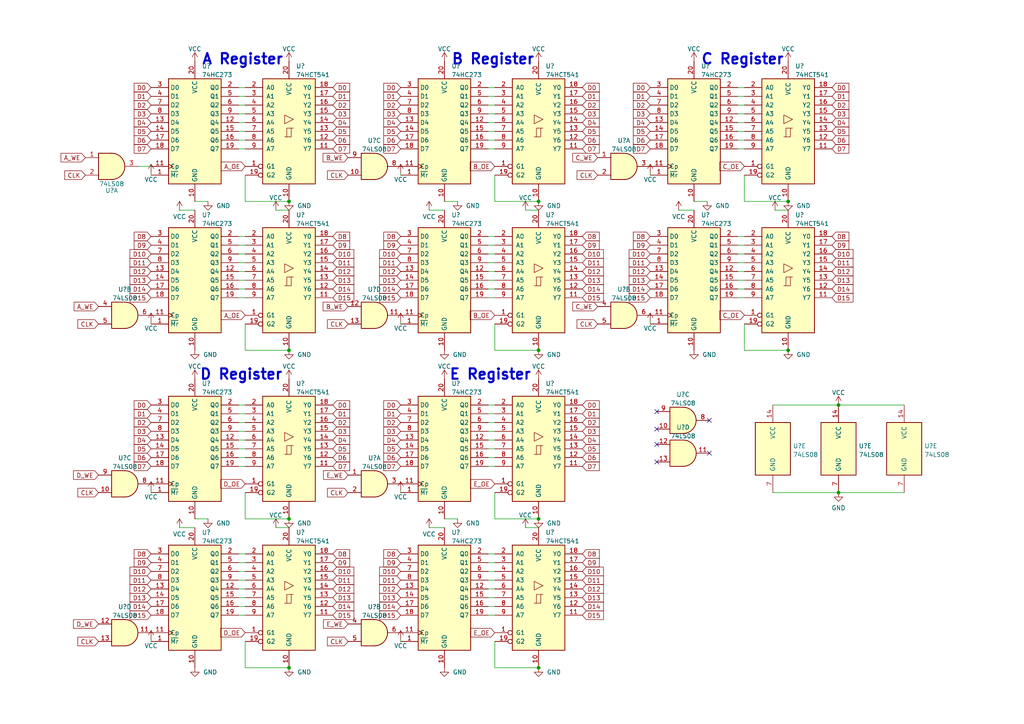
<source format=kicad_sch>
(kicad_sch (version 20211123) (generator eeschema)
  (paper "A4")
  (title_block (title "Registers A-E") (date "2022-02-27") (rev "1"))
  (lib_symbols
    (symbol "74xx:74HC273"
      (property "Reference" "U" (at -7.62 16.51 0))
      (property "Value" "74HC273" (at -7.62 -16.51 0))
      (symbol "74HC273_1_0"
        (pin input line (at -12.7 -12.7 0) (length 5.08) (name "~{Mr}") (number "1"))
        (pin power_in line (at 0 -20.32 90) (length 5.08) (name "GND") (number "10"))
        (pin input clock (at -12.7 -10.16 0) (length 5.08) (name "Cp") (number "11"))
        (pin output line (at 12.7 2.54 180) (length 5.08) (name "Q4") (number "12"))
        (pin input line (at -12.7 2.54 0) (length 5.08) (name "D4") (number "13"))
        (pin input line (at -12.7 0 0) (length 5.08) (name "D5") (number "14"))
        (pin output line (at 12.7 0 180) (length 5.08) (name "Q5") (number "15"))
        (pin output line (at 12.7 -2.54 180) (length 5.08) (name "Q6") (number "16"))
        (pin input line (at -12.7 -2.54 0) (length 5.08) (name "D6") (number "17"))
        (pin input line (at -12.7 -5.08 0) (length 5.08) (name "D7") (number "18"))
        (pin output line (at 12.7 -5.08 180) (length 5.08) (name "Q7") (number "19"))
        (pin output line (at 12.7 12.7 180) (length 5.08) (name "Q0") (number "2"))
        (pin power_in line (at 0 20.32 270) (length 5.08) (name "VCC") (number "20"))
        (pin input line (at -12.7 12.7 0) (length 5.08) (name "D0") (number "3"))
        (pin input line (at -12.7 10.16 0) (length 5.08) (name "D1") (number "4"))
        (pin output line (at 12.7 10.16 180) (length 5.08) (name "Q1") (number "5"))
        (pin output line (at 12.7 7.62 180) (length 5.08) (name "Q2") (number "6"))
        (pin input line (at -12.7 7.62 0) (length 5.08) (name "D2") (number "7"))
        (pin input line (at -12.7 5.08 0) (length 5.08) (name "D3") (number "8"))
        (pin output line (at 12.7 5.08 180) (length 5.08) (name "Q3") (number "9"))
      )
    )
    (symbol "74xx:74HCT541" (pin_names (offset 1.016))
      (property "Reference" "U" (at -7.62 16.51 0))
      (property "Value" "74HCT541" (at -7.62 -16.51 0))
      (symbol "74HCT541_1_0"
        (pin input inverted (at -12.7 -10.16 0) (length 5.08) (name "G1") (number "1"))
        (pin power_in line (at 0 -20.32 90) (length 5.08) (name "GND") (number "10"))
        (pin tri_state line (at 12.7 -5.08 180) (length 5.08) (name "Y7") (number "11"))
        (pin tri_state line (at 12.7 -2.54 180) (length 5.08) (name "Y6") (number "12"))
        (pin tri_state line (at 12.7 0 180) (length 5.08) (name "Y5") (number "13"))
        (pin tri_state line (at 12.7 2.54 180) (length 5.08) (name "Y4") (number "14"))
        (pin tri_state line (at 12.7 5.08 180) (length 5.08) (name "Y3") (number "15"))
        (pin tri_state line (at 12.7 7.62 180) (length 5.08) (name "Y2") (number "16"))
        (pin tri_state line (at 12.7 10.16 180) (length 5.08) (name "Y1") (number "17"))
        (pin tri_state line (at 12.7 12.7 180) (length 5.08) (name "Y0") (number "18"))
        (pin input inverted (at -12.7 -12.7 0) (length 5.08) (name "G2") (number "19"))
        (pin input line (at -12.7 12.7 0) (length 5.08) (name "A0") (number "2"))
        (pin power_in line (at 0 20.32 270) (length 5.08) (name "VCC") (number "20"))
        (pin input line (at -12.7 10.16 0) (length 5.08) (name "A1") (number "3"))
        (pin input line (at -12.7 7.62 0) (length 5.08) (name "A2") (number "4"))
        (pin input line (at -12.7 5.08 0) (length 5.08) (name "A3") (number "5"))
        (pin input line (at -12.7 2.54 0) (length 5.08) (name "A4") (number "6"))
        (pin input line (at -12.7 0 0) (length 5.08) (name "A5") (number "7"))
        (pin input line (at -12.7 -2.54 0) (length 5.08) (name "A6") (number "8"))
        (pin input line (at -12.7 -5.08 0) (length 5.08) (name "A7") (number "9"))
      )
    )
    (symbol "74xx:74LS08" (pin_names (offset 1.016))
      (property "Reference" "U" (at 0 1.27 0))
      (property "Value" "74LS08" (at 0 -1.27 0))
      (symbol "74LS08_1_1"
        (pin input line (at -7.62 2.54 0) (length 3.81) (name "~") (number "1"))
        (pin input line (at -7.62 -2.54 0) (length 3.81) (name "~") (number "2"))
        (pin output line (at 7.62 0 180) (length 3.81) (name "~") (number "3"))
      )
      (symbol "74LS08_1_2"
        (pin input inverted (at -7.62 2.54 0) (length 4.318) (name "~") (number "1"))
        (pin input inverted (at -7.62 -2.54 0) (length 4.318) (name "~") (number "2"))
        (pin output inverted (at 7.62 0 180) (length 3.81) (name "~") (number "3"))
      )
      (symbol "74LS08_2_1"
        (pin input line (at -7.62 2.54 0) (length 3.81) (name "~") (number "4"))
        (pin input line (at -7.62 -2.54 0) (length 3.81) (name "~") (number "5"))
        (pin output line (at 7.62 0 180) (length 3.81) (name "~") (number "6"))
      )
      (symbol "74LS08_2_2"
        (pin input inverted (at -7.62 2.54 0) (length 4.318) (name "~") (number "4"))
        (pin input inverted (at -7.62 -2.54 0) (length 4.318) (name "~") (number "5"))
        (pin output inverted (at 7.62 0 180) (length 3.81) (name "~") (number "6"))
      )
      (symbol "74LS08_3_1"
        (pin input line (at -7.62 -2.54 0) (length 3.81) (name "~") (number "10"))
        (pin output line (at 7.62 0 180) (length 3.81) (name "~") (number "8"))
        (pin input line (at -7.62 2.54 0) (length 3.81) (name "~") (number "9"))
      )
      (symbol "74LS08_3_2"
        (pin input inverted (at -7.62 -2.54 0) (length 4.318) (name "~") (number "10"))
        (pin output inverted (at 7.62 0 180) (length 3.81) (name "~") (number "8"))
        (pin input inverted (at -7.62 2.54 0) (length 4.318) (name "~") (number "9"))
      )
      (symbol "74LS08_4_1"
        (pin output line (at 7.62 0 180) (length 3.81) (name "~") (number "11"))
        (pin input line (at -7.62 2.54 0) (length 3.81) (name "~") (number "12"))
        (pin input line (at -7.62 -2.54 0) (length 3.81) (name "~") (number "13"))
      )
      (symbol "74LS08_4_2"
        (pin output inverted (at 7.62 0 180) (length 3.81) (name "~") (number "11"))
        (pin input inverted (at -7.62 2.54 0) (length 4.318) (name "~") (number "12"))
        (pin input inverted (at -7.62 -2.54 0) (length 4.318) (name "~") (number "13"))
      )
      (symbol "74LS08_5_0"
        (pin power_in line (at 0 12.7 270) (length 5.08) (name "VCC") (number "14"))
        (pin power_in line (at 0 -12.7 90) (length 5.08) (name "GND") (number "7"))
      )
    )
    (symbol "power:GND" (power) (pin_names (offset 0))
      (property "Value" "GND" (at 0 -3.81 0))
      (symbol "GND_1_1"
        (pin power_in line (at 0 0 270) (length 0) hide (name "GND") (number "1"))
      )
    )
    (symbol "power:VCC" (power) (pin_names (offset 0))
      (property "Value" "VCC" (at 0 3.81 0))
      (symbol "VCC_1_1"
        (pin power_in line (at 0 0 90) (length 0) hide (name "VCC") (number "1"))
      )
    )
  )
  (junction (at 83.82 101.6))
  (junction (at 83.82 58.42))
  (junction (at 156.21 150.495))
  (junction (at 156.21 101.6))
  (junction (at 228.6 58.42))
  (junction (at 243.205 142.875))
  (junction (at 83.82 193.675))
  (junction (at 243.205 117.475))
  (junction (at 83.82 150.495))
  (junction (at 156.21 193.675))
  (junction (at 228.6 101.6))
  (junction (at 156.21 58.42))
  (no_connect (at 190.5 119.38))
  (no_connect (at 190.5 124.46))
  (no_connect (at 205.74 131.445))
  (no_connect (at 205.74 121.92))
  (no_connect (at 190.5 128.905))
  (no_connect (at 190.5 133.985))
  (wire (pts (xy 213.995 38.1) (xy 215.9 38.1)))
  (wire (pts (xy 116.205 93.345) (xy 116.205 93.98)))
  (wire (pts (xy 71.12 58.42) (xy 71.12 50.8)))
  (wire (pts (xy 71.12 150.495) (xy 71.12 142.875)))
  (wire (pts (xy 83.82 58.42) (xy 71.12 58.42)))
  (wire (pts (xy 56.515 58.42) (xy 60.325 58.42)))
  (wire (pts (xy 69.215 86.36) (xy 71.12 86.36)))
  (wire (pts (xy 243.205 142.875) (xy 262.255 142.875)))
  (wire (pts (xy 141.605 73.66) (xy 143.51 73.66)))
  (wire (pts (xy 141.605 33.02) (xy 143.51 33.02)))
  (wire (pts (xy 213.995 83.82) (xy 215.9 83.82)))
  (wire (pts (xy 43.815 93.345) (xy 43.815 93.98)))
  (wire (pts (xy 141.605 135.255) (xy 143.51 135.255)))
  (wire (pts (xy 69.215 40.64) (xy 71.12 40.64)))
  (wire (pts (xy 141.605 178.435) (xy 143.51 178.435)))
  (wire (pts (xy 69.215 165.735) (xy 71.12 165.735)))
  (wire (pts (xy 141.605 170.815) (xy 143.51 170.815)))
  (wire (pts (xy 80.01 153.035) (xy 83.82 153.035)))
  (wire (pts (xy 152.4 153.035) (xy 156.21 153.035)))
  (wire (pts (xy 213.995 78.74) (xy 215.9 78.74)))
  (wire (pts (xy 141.605 81.28) (xy 143.51 81.28)))
  (wire (pts (xy 141.605 122.555) (xy 143.51 122.555)))
  (wire (pts (xy 141.605 117.475) (xy 143.51 117.475)))
  (wire (pts (xy 69.215 33.02) (xy 71.12 33.02)))
  (wire (pts (xy 213.995 40.64) (xy 215.9 40.64)))
  (wire (pts (xy 141.605 168.275) (xy 143.51 168.275)))
  (wire (pts (xy 141.605 35.56) (xy 143.51 35.56)))
  (wire (pts (xy 69.215 43.18) (xy 71.12 43.18)))
  (wire (pts (xy 156.21 58.42) (xy 143.51 58.42)))
  (wire (pts (xy 141.605 38.1) (xy 143.51 38.1)))
  (wire (pts (xy 141.605 30.48) (xy 143.51 30.48)))
  (wire (pts (xy 69.215 35.56) (xy 71.12 35.56)))
  (wire (pts (xy 69.215 73.66) (xy 71.12 73.66)))
  (wire (pts (xy 213.995 76.2) (xy 215.9 76.2)))
  (wire (pts (xy 71.12 101.6) (xy 71.12 93.98)))
  (wire (pts (xy 141.605 71.12) (xy 143.51 71.12)))
  (wire (pts (xy 141.605 120.015) (xy 143.51 120.015)))
  (wire (pts (xy 141.605 43.18) (xy 143.51 43.18)))
  (wire (pts (xy 40.005 48.26) (xy 43.815 48.26)))
  (wire (pts (xy 69.215 132.715) (xy 71.12 132.715)))
  (wire (pts (xy 128.905 150.495) (xy 132.715 150.495)))
  (wire (pts (xy 52.07 60.96) (xy 56.515 60.96)))
  (wire (pts (xy 213.995 71.12) (xy 215.9 71.12)))
  (wire (pts (xy 69.215 117.475) (xy 71.12 117.475)))
  (wire (pts (xy 69.215 170.815) (xy 71.12 170.815)))
  (wire (pts (xy 69.215 163.195) (xy 71.12 163.195)))
  (wire (pts (xy 215.9 101.6) (xy 215.9 93.98)))
  (wire (pts (xy 141.605 27.94) (xy 143.51 27.94)))
  (wire (pts (xy 141.605 163.195) (xy 143.51 163.195)))
  (wire (pts (xy 213.995 68.58) (xy 215.9 68.58)))
  (wire (pts (xy 141.605 127.635) (xy 143.51 127.635)))
  (wire (pts (xy 141.605 132.715) (xy 143.51 132.715)))
  (wire (pts (xy 141.605 40.64) (xy 143.51 40.64)))
  (wire (pts (xy 243.205 117.475) (xy 262.255 117.475)))
  (wire (pts (xy 69.215 125.095) (xy 71.12 125.095)))
  (wire (pts (xy 152.4 60.96) (xy 156.21 60.96)))
  (wire (pts (xy 143.51 58.42) (xy 143.51 50.8)))
  (wire (pts (xy 43.815 185.42) (xy 43.815 186.055)))
  (wire (pts (xy 69.215 25.4) (xy 71.12 25.4)))
  (wire (pts (xy 69.215 78.74) (xy 71.12 78.74)))
  (wire (pts (xy 69.215 83.82) (xy 71.12 83.82)))
  (wire (pts (xy 213.995 35.56) (xy 215.9 35.56)))
  (wire (pts (xy 116.205 142.24) (xy 116.205 142.875)))
  (wire (pts (xy 213.995 33.02) (xy 215.9 33.02)))
  (wire (pts (xy 69.215 173.355) (xy 71.12 173.355)))
  (wire (pts (xy 116.205 185.42) (xy 116.205 186.055)))
  (wire (pts (xy 228.6 58.42) (xy 215.9 58.42)))
  (wire (pts (xy 224.155 117.475) (xy 243.205 117.475)))
  (wire (pts (xy 69.215 122.555) (xy 71.12 122.555)))
  (wire (pts (xy 224.79 60.96) (xy 228.6 60.96)))
  (wire (pts (xy 141.605 25.4) (xy 143.51 25.4)))
  (wire (pts (xy 69.215 38.1) (xy 71.12 38.1)))
  (wire (pts (xy 69.215 168.275) (xy 71.12 168.275)))
  (wire (pts (xy 188.595 50.165) (xy 188.595 50.8)))
  (wire (pts (xy 215.9 58.42) (xy 215.9 50.8)))
  (wire (pts (xy 128.905 58.42) (xy 132.715 58.42)))
  (wire (pts (xy 156.21 150.495) (xy 143.51 150.495)))
  (wire (pts (xy 69.215 135.255) (xy 71.12 135.255)))
  (wire (pts (xy 141.605 125.095) (xy 143.51 125.095)))
  (wire (pts (xy 69.215 68.58) (xy 71.12 68.58)))
  (wire (pts (xy 228.6 101.6) (xy 215.9 101.6)))
  (wire (pts (xy 141.605 78.74) (xy 143.51 78.74)))
  (wire (pts (xy 83.82 193.675) (xy 71.12 193.675)))
  (wire (pts (xy 116.205 50.165) (xy 116.205 50.8)))
  (wire (pts (xy 69.215 71.12) (xy 71.12 71.12)))
  (wire (pts (xy 213.995 43.18) (xy 215.9 43.18)))
  (wire (pts (xy 141.605 86.36) (xy 143.51 86.36)))
  (wire (pts (xy 143.51 193.675) (xy 143.51 186.055)))
  (wire (pts (xy 43.815 142.24) (xy 43.815 142.875)))
  (wire (pts (xy 213.995 25.4) (xy 215.9 25.4)))
  (wire (pts (xy 141.605 130.175) (xy 143.51 130.175)))
  (wire (pts (xy 69.215 160.655) (xy 71.12 160.655)))
  (wire (pts (xy 69.215 30.48) (xy 71.12 30.48)))
  (wire (pts (xy 143.51 150.495) (xy 143.51 142.875)))
  (wire (pts (xy 141.605 83.82) (xy 143.51 83.82)))
  (wire (pts (xy 213.995 81.28) (xy 215.9 81.28)))
  (wire (pts (xy 213.995 86.36) (xy 215.9 86.36)))
  (wire (pts (xy 124.46 60.96) (xy 128.905 60.96)))
  (wire (pts (xy 188.595 93.345) (xy 188.595 93.98)))
  (wire (pts (xy 69.215 120.015) (xy 71.12 120.015)))
  (wire (pts (xy 83.82 101.6) (xy 71.12 101.6)))
  (wire (pts (xy 141.605 165.735) (xy 143.51 165.735)))
  (wire (pts (xy 141.605 173.355) (xy 143.51 173.355)))
  (wire (pts (xy 196.85 60.96) (xy 201.295 60.96)))
  (wire (pts (xy 156.21 101.6) (xy 143.51 101.6)))
  (wire (pts (xy 141.605 68.58) (xy 143.51 68.58)))
  (wire (pts (xy 156.21 193.675) (xy 143.51 193.675)))
  (wire (pts (xy 69.215 130.175) (xy 71.12 130.175)))
  (wire (pts (xy 141.605 175.895) (xy 143.51 175.895)))
  (wire (pts (xy 224.155 142.875) (xy 243.205 142.875)))
  (wire (pts (xy 124.46 153.035) (xy 128.905 153.035)))
  (wire (pts (xy 69.215 76.2) (xy 71.12 76.2)))
  (wire (pts (xy 69.215 178.435) (xy 71.12 178.435)))
  (wire (pts (xy 143.51 101.6) (xy 143.51 93.98)))
  (wire (pts (xy 83.82 150.495) (xy 71.12 150.495)))
  (wire (pts (xy 43.815 50.165) (xy 43.815 50.8)))
  (wire (pts (xy 141.605 160.655) (xy 143.51 160.655)))
  (wire (pts (xy 69.215 81.28) (xy 71.12 81.28)))
  (wire (pts (xy 71.12 193.675) (xy 71.12 186.055)))
  (wire (pts (xy 213.995 27.94) (xy 215.9 27.94)))
  (wire (pts (xy 69.215 127.635) (xy 71.12 127.635)))
  (wire (pts (xy 201.295 58.42) (xy 205.105 58.42)))
  (wire (pts (xy 141.605 76.2) (xy 143.51 76.2)))
  (wire (pts (xy 213.995 30.48) (xy 215.9 30.48)))
  (wire (pts (xy 69.215 175.895) (xy 71.12 175.895)))
  (wire (pts (xy 80.01 60.96) (xy 83.82 60.96)))
  (wire (pts (xy 52.07 153.035) (xy 56.515 153.035)))
  (wire (pts (xy 69.215 27.94) (xy 71.12 27.94)))
  (wire (pts (xy 56.515 150.495) (xy 60.325 150.495)))
  (wire (pts (xy 213.995 73.66) (xy 215.9 73.66)))
  (text "B Register" (at 130.81 19.05 0) (effects (font (size 3 3) (thickness 0.6) bold) (justify left bottom)))
  (text "C Register" (at 203.2 19.05 0) (effects (font (size 3 3) (thickness 0.6) bold) (justify left bottom)))
  (text "D Register" (at 57.785 110.49 0) (effects (font (size 3 3) (thickness 0.6) bold) (justify left bottom)))
  (text "E Register" (at 130.175 110.49 0) (effects (font (size 3 3) (thickness 0.6) bold) (justify left bottom)))
  (text "A Register" (at 58.42 19.05 0) (effects (font (size 3 3) (thickness 0.6) bold) (justify left bottom)))
  (global_label "D12" (shape input) (at 116.205 78.74 180) (property "Intersheet References" "${INTERSHEET_REFS}" (effects hide)))
  (global_label "C_WE" (shape input) (at 173.355 45.72 180) (property "Intersheet References" "${INTERSHEET_REFS}" (effects hide)))
  (global_label "D4" (shape input) (at 43.815 127.635 180) (property "Intersheet References" "${INTERSHEET_REFS}" (effects hide)))
  (global_label "D1" (shape input) (at 43.815 120.015 180) (property "Intersheet References" "${INTERSHEET_REFS}" (effects hide)))
  (global_label "D4" (shape input) (at 96.52 35.56 0) (property "Intersheet References" "${INTERSHEET_REFS}" (effects hide)))
  (global_label "D14" (shape input) (at 43.815 175.895 180) (property "Intersheet References" "${INTERSHEET_REFS}" (effects hide)))
  (global_label "D7" (shape input) (at 96.52 135.255 0) (property "Intersheet References" "${INTERSHEET_REFS}" (effects hide)))
  (global_label "D1" (shape input) (at 116.205 120.015 180) (property "Intersheet References" "${INTERSHEET_REFS}" (effects hide)))
  (global_label "B_OE" (shape input) (at 143.51 91.44 180) (property "Intersheet References" "${INTERSHEET_REFS}" (effects hide)))
  (global_label "D11" (shape input) (at 96.52 76.2 0) (property "Intersheet References" "${INTERSHEET_REFS}" (effects hide)))
  (global_label "D12" (shape input) (at 241.3 78.74 0) (property "Intersheet References" "${INTERSHEET_REFS}" (effects hide)))
  (global_label "D3" (shape input) (at 188.595 33.02 180) (property "Intersheet References" "${INTERSHEET_REFS}" (effects hide)))
  (global_label "D10" (shape input) (at 43.815 165.735 180) (property "Intersheet References" "${INTERSHEET_REFS}" (effects hide)))
  (global_label "D6" (shape input) (at 43.815 40.64 180) (property "Intersheet References" "${INTERSHEET_REFS}" (effects hide)))
  (global_label "CLK" (shape input) (at 173.355 93.98 180) (property "Intersheet References" "${INTERSHEET_REFS}" (effects hide)))
  (global_label "D9" (shape input) (at 241.3 71.12 0) (property "Intersheet References" "${INTERSHEET_REFS}" (effects hide)))
  (global_label "D11" (shape input) (at 116.205 76.2 180) (property "Intersheet References" "${INTERSHEET_REFS}" (effects hide)))
  (global_label "D4" (shape input) (at 168.91 127.635 0) (property "Intersheet References" "${INTERSHEET_REFS}" (effects hide)))
  (global_label "D11" (shape input) (at 43.815 76.2 180) (property "Intersheet References" "${INTERSHEET_REFS}" (effects hide)))
  (global_label "D2" (shape input) (at 188.595 30.48 180) (property "Intersheet References" "${INTERSHEET_REFS}" (effects hide)))
  (global_label "C_OE" (shape input) (at 215.9 91.44 180) (property "Intersheet References" "${INTERSHEET_REFS}" (effects hide)))
  (global_label "D14" (shape input) (at 168.91 175.895 0) (property "Intersheet References" "${INTERSHEET_REFS}" (effects hide)))
  (global_label "D1" (shape input) (at 241.3 27.94 0) (property "Intersheet References" "${INTERSHEET_REFS}" (effects hide)))
  (global_label "D_WE" (shape input) (at 28.575 137.795 180) (property "Intersheet References" "${INTERSHEET_REFS}" (effects hide)))
  (global_label "D3" (shape input) (at 96.52 33.02 0) (property "Intersheet References" "${INTERSHEET_REFS}" (effects hide)))
  (global_label "D2" (shape input) (at 116.205 122.555 180) (property "Intersheet References" "${INTERSHEET_REFS}" (effects hide)))
  (global_label "D5" (shape input) (at 116.205 38.1 180) (property "Intersheet References" "${INTERSHEET_REFS}" (effects hide)))
  (global_label "D12" (shape input) (at 116.205 170.815 180) (property "Intersheet References" "${INTERSHEET_REFS}" (effects hide)))
  (global_label "D11" (shape input) (at 241.3 76.2 0) (property "Intersheet References" "${INTERSHEET_REFS}" (effects hide)))
  (global_label "CLK" (shape input) (at 100.965 93.98 180) (property "Intersheet References" "${INTERSHEET_REFS}" (effects hide)))
  (global_label "C_WE" (shape input) (at 173.355 88.9 180) (property "Intersheet References" "${INTERSHEET_REFS}" (effects hide)))
  (global_label "B_OE" (shape input) (at 143.51 48.26 180) (property "Intersheet References" "${INTERSHEET_REFS}" (effects hide)))
  (global_label "D3" (shape input) (at 168.91 33.02 0) (property "Intersheet References" "${INTERSHEET_REFS}" (effects hide)))
  (global_label "D0" (shape input) (at 116.205 117.475 180) (property "Intersheet References" "${INTERSHEET_REFS}" (effects hide)))
  (global_label "E_WE" (shape input) (at 100.965 137.795 180) (property "Intersheet References" "${INTERSHEET_REFS}" (effects hide)))
  (global_label "D_OE" (shape input) (at 71.12 140.335 180) (property "Intersheet References" "${INTERSHEET_REFS}" (effects hide)))
  (global_label "D9" (shape input) (at 116.205 163.195 180) (property "Intersheet References" "${INTERSHEET_REFS}" (effects hide)))
  (global_label "D14" (shape input) (at 188.595 83.82 180) (property "Intersheet References" "${INTERSHEET_REFS}" (effects hide)))
  (global_label "C_OE" (shape input) (at 215.9 48.26 180) (property "Intersheet References" "${INTERSHEET_REFS}" (effects hide)))
  (global_label "D2" (shape input) (at 241.3 30.48 0) (property "Intersheet References" "${INTERSHEET_REFS}" (effects hide)))
  (global_label "D5" (shape input) (at 43.815 38.1 180) (property "Intersheet References" "${INTERSHEET_REFS}" (effects hide)))
  (global_label "D8" (shape input) (at 188.595 68.58 180) (property "Intersheet References" "${INTERSHEET_REFS}" (effects hide)))
  (global_label "D10" (shape input) (at 116.205 73.66 180) (property "Intersheet References" "${INTERSHEET_REFS}" (effects hide)))
  (global_label "D5" (shape input) (at 188.595 38.1 180) (property "Intersheet References" "${INTERSHEET_REFS}" (effects hide)))
  (global_label "D6" (shape input) (at 96.52 132.715 0) (property "Intersheet References" "${INTERSHEET_REFS}" (effects hide)))
  (global_label "D4" (shape input) (at 43.815 35.56 180) (property "Intersheet References" "${INTERSHEET_REFS}" (effects hide)))
  (global_label "D15" (shape input) (at 116.205 178.435 180) (property "Intersheet References" "${INTERSHEET_REFS}" (effects hide)))
  (global_label "D8" (shape input) (at 96.52 68.58 0) (property "Intersheet References" "${INTERSHEET_REFS}" (effects hide)))
  (global_label "D5" (shape input) (at 168.91 38.1 0) (property "Intersheet References" "${INTERSHEET_REFS}" (effects hide)))
  (global_label "D14" (shape input) (at 116.205 83.82 180) (property "Intersheet References" "${INTERSHEET_REFS}" (effects hide)))
  (global_label "D2" (shape input) (at 168.91 30.48 0) (property "Intersheet References" "${INTERSHEET_REFS}" (effects hide)))
  (global_label "D9" (shape input) (at 168.91 163.195 0) (property "Intersheet References" "${INTERSHEET_REFS}" (effects hide)))
  (global_label "D10" (shape input) (at 43.815 73.66 180) (property "Intersheet References" "${INTERSHEET_REFS}" (effects hide)))
  (global_label "D10" (shape input) (at 168.91 165.735 0) (property "Intersheet References" "${INTERSHEET_REFS}" (effects hide)))
  (global_label "D5" (shape input) (at 116.205 130.175 180) (property "Intersheet References" "${INTERSHEET_REFS}" (effects hide)))
  (global_label "D4" (shape input) (at 96.52 127.635 0) (property "Intersheet References" "${INTERSHEET_REFS}" (effects hide)))
  (global_label "D15" (shape input) (at 96.52 178.435 0) (property "Intersheet References" "${INTERSHEET_REFS}" (effects hide)))
  (global_label "D15" (shape input) (at 116.205 86.36 180) (property "Intersheet References" "${INTERSHEET_REFS}" (effects hide)))
  (global_label "D7" (shape input) (at 43.815 43.18 180) (property "Intersheet References" "${INTERSHEET_REFS}" (effects hide)))
  (global_label "D3" (shape input) (at 116.205 33.02 180) (property "Intersheet References" "${INTERSHEET_REFS}" (effects hide)))
  (global_label "D5" (shape input) (at 96.52 130.175 0) (property "Intersheet References" "${INTERSHEET_REFS}" (effects hide)))
  (global_label "D9" (shape input) (at 188.595 71.12 180) (property "Intersheet References" "${INTERSHEET_REFS}" (effects hide)))
  (global_label "D7" (shape input) (at 188.595 43.18 180) (property "Intersheet References" "${INTERSHEET_REFS}" (effects hide)))
  (global_label "D13" (shape input) (at 43.815 173.355 180) (property "Intersheet References" "${INTERSHEET_REFS}" (effects hide)))
  (global_label "D2" (shape input) (at 168.91 122.555 0) (property "Intersheet References" "${INTERSHEET_REFS}" (effects hide)))
  (global_label "D14" (shape input) (at 168.91 83.82 0) (property "Intersheet References" "${INTERSHEET_REFS}" (effects hide)))
  (global_label "D6" (shape input) (at 116.205 132.715 180) (property "Intersheet References" "${INTERSHEET_REFS}" (effects hide)))
  (global_label "D7" (shape input) (at 168.91 43.18 0) (property "Intersheet References" "${INTERSHEET_REFS}" (effects hide)))
  (global_label "D10" (shape input) (at 96.52 165.735 0) (property "Intersheet References" "${INTERSHEET_REFS}" (effects hide)))
  (global_label "D15" (shape input) (at 168.91 86.36 0) (property "Intersheet References" "${INTERSHEET_REFS}" (effects hide)))
  (global_label "D1" (shape input) (at 168.91 120.015 0) (property "Intersheet References" "${INTERSHEET_REFS}" (effects hide)))
  (global_label "D11" (shape input) (at 168.91 76.2 0) (property "Intersheet References" "${INTERSHEET_REFS}" (effects hide)))
  (global_label "D15" (shape input) (at 168.91 178.435 0) (property "Intersheet References" "${INTERSHEET_REFS}" (effects hide)))
  (global_label "D15" (shape input) (at 96.52 86.36 0) (property "Intersheet References" "${INTERSHEET_REFS}" (effects hide)))
  (global_label "D10" (shape input) (at 188.595 73.66 180) (property "Intersheet References" "${INTERSHEET_REFS}" (effects hide)))
  (global_label "B_WE" (shape input) (at 100.965 45.72 180) (property "Intersheet References" "${INTERSHEET_REFS}" (effects hide)))
  (global_label "D0" (shape input) (at 43.815 117.475 180) (property "Intersheet References" "${INTERSHEET_REFS}" (effects hide)))
  (global_label "D13" (shape input) (at 241.3 81.28 0) (property "Intersheet References" "${INTERSHEET_REFS}" (effects hide)))
  (global_label "D11" (shape input) (at 43.815 168.275 180) (property "Intersheet References" "${INTERSHEET_REFS}" (effects hide)))
  (global_label "D11" (shape input) (at 168.91 168.275 0) (property "Intersheet References" "${INTERSHEET_REFS}" (effects hide)))
  (global_label "D15" (shape input) (at 188.595 86.36 180) (property "Intersheet References" "${INTERSHEET_REFS}" (effects hide)))
  (global_label "D4" (shape input) (at 116.205 127.635 180) (property "Intersheet References" "${INTERSHEET_REFS}" (effects hide)))
  (global_label "D0" (shape input) (at 241.3 25.4 0) (property "Intersheet References" "${INTERSHEET_REFS}" (effects hide)))
  (global_label "D10" (shape input) (at 96.52 73.66 0) (property "Intersheet References" "${INTERSHEET_REFS}" (effects hide)))
  (global_label "CLK" (shape input) (at 100.965 186.055 180) (property "Intersheet References" "${INTERSHEET_REFS}" (effects hide)))
  (global_label "D15" (shape input) (at 43.815 86.36 180) (property "Intersheet References" "${INTERSHEET_REFS}" (effects hide)))
  (global_label "CLK" (shape input) (at 173.355 50.8 180) (property "Intersheet References" "${INTERSHEET_REFS}" (effects hide)))
  (global_label "D12" (shape input) (at 43.815 78.74 180) (property "Intersheet References" "${INTERSHEET_REFS}" (effects hide)))
  (global_label "D9" (shape input) (at 43.815 71.12 180) (property "Intersheet References" "${INTERSHEET_REFS}" (effects hide)))
  (global_label "E_WE" (shape input) (at 100.965 180.975 180) (property "Intersheet References" "${INTERSHEET_REFS}" (effects hide)))
  (global_label "D12" (shape input) (at 96.52 170.815 0) (property "Intersheet References" "${INTERSHEET_REFS}" (effects hide)))
  (global_label "D8" (shape input) (at 43.815 68.58 180) (property "Intersheet References" "${INTERSHEET_REFS}" (effects hide)))
  (global_label "D10" (shape input) (at 116.205 165.735 180) (property "Intersheet References" "${INTERSHEET_REFS}" (effects hide)))
  (global_label "D12" (shape input) (at 96.52 78.74 0) (property "Intersheet References" "${INTERSHEET_REFS}" (effects hide)))
  (global_label "D6" (shape input) (at 241.3 40.64 0) (property "Intersheet References" "${INTERSHEET_REFS}" (effects hide)))
  (global_label "D8" (shape input) (at 241.3 68.58 0) (property "Intersheet References" "${INTERSHEET_REFS}" (effects hide)))
  (global_label "D7" (shape input) (at 116.205 135.255 180) (property "Intersheet References" "${INTERSHEET_REFS}" (effects hide)))
  (global_label "D1" (shape input) (at 168.91 27.94 0) (property "Intersheet References" "${INTERSHEET_REFS}" (effects hide)))
  (global_label "D1" (shape input) (at 188.595 27.94 180) (property "Intersheet References" "${INTERSHEET_REFS}" (effects hide)))
  (global_label "D11" (shape input) (at 188.595 76.2 180) (property "Intersheet References" "${INTERSHEET_REFS}" (effects hide)))
  (global_label "D13" (shape input) (at 43.815 81.28 180) (property "Intersheet References" "${INTERSHEET_REFS}" (effects hide)))
  (global_label "D3" (shape input) (at 116.205 125.095 180) (property "Intersheet References" "${INTERSHEET_REFS}" (effects hide)))
  (global_label "D2" (shape input) (at 96.52 122.555 0) (property "Intersheet References" "${INTERSHEET_REFS}" (effects hide)))
  (global_label "D14" (shape input) (at 241.3 83.82 0) (property "Intersheet References" "${INTERSHEET_REFS}" (effects hide)))
  (global_label "D0" (shape input) (at 168.91 25.4 0) (property "Intersheet References" "${INTERSHEET_REFS}" (effects hide)))
  (global_label "D13" (shape input) (at 168.91 81.28 0) (property "Intersheet References" "${INTERSHEET_REFS}" (effects hide)))
  (global_label "D5" (shape input) (at 43.815 130.175 180) (property "Intersheet References" "${INTERSHEET_REFS}" (effects hide)))
  (global_label "D8" (shape input) (at 116.205 160.655 180) (property "Intersheet References" "${INTERSHEET_REFS}" (effects hide)))
  (global_label "D1" (shape input) (at 43.815 27.94 180) (property "Intersheet References" "${INTERSHEET_REFS}" (effects hide)))
  (global_label "D7" (shape input) (at 96.52 43.18 0) (property "Intersheet References" "${INTERSHEET_REFS}" (effects hide)))
  (global_label "D7" (shape input) (at 168.91 135.255 0) (property "Intersheet References" "${INTERSHEET_REFS}" (effects hide)))
  (global_label "D7" (shape input) (at 241.3 43.18 0) (property "Intersheet References" "${INTERSHEET_REFS}" (effects hide)))
  (global_label "D9" (shape input) (at 96.52 163.195 0) (property "Intersheet References" "${INTERSHEET_REFS}" (effects hide)))
  (global_label "D0" (shape input) (at 188.595 25.4 180) (property "Intersheet References" "${INTERSHEET_REFS}" (effects hide)))
  (global_label "D0" (shape input) (at 168.91 117.475 0) (property "Intersheet References" "${INTERSHEET_REFS}" (effects hide)))
  (global_label "D5" (shape input) (at 168.91 130.175 0) (property "Intersheet References" "${INTERSHEET_REFS}" (effects hide)))
  (global_label "D6" (shape input) (at 116.205 40.64 180) (property "Intersheet References" "${INTERSHEET_REFS}" (effects hide)))
  (global_label "D13" (shape input) (at 116.205 173.355 180) (property "Intersheet References" "${INTERSHEET_REFS}" (effects hide)))
  (global_label "D5" (shape input) (at 241.3 38.1 0) (property "Intersheet References" "${INTERSHEET_REFS}" (effects hide)))
  (global_label "D2" (shape input) (at 43.815 30.48 180) (property "Intersheet References" "${INTERSHEET_REFS}" (effects hide)))
  (global_label "CLK" (shape input) (at 100.965 142.875 180) (property "Intersheet References" "${INTERSHEET_REFS}" (effects hide)))
  (global_label "D12" (shape input) (at 168.91 78.74 0) (property "Intersheet References" "${INTERSHEET_REFS}" (effects hide)))
  (global_label "D15" (shape input) (at 43.815 178.435 180) (property "Intersheet References" "${INTERSHEET_REFS}" (effects hide)))
  (global_label "D8" (shape input) (at 43.815 160.655 180) (property "Intersheet References" "${INTERSHEET_REFS}" (effects hide)))
  (global_label "D13" (shape input) (at 96.52 173.355 0) (property "Intersheet References" "${INTERSHEET_REFS}" (effects hide)))
  (global_label "D6" (shape input) (at 188.595 40.64 180) (property "Intersheet References" "${INTERSHEET_REFS}" (effects hide)))
  (global_label "D3" (shape input) (at 168.91 125.095 0) (property "Intersheet References" "${INTERSHEET_REFS}" (effects hide)))
  (global_label "D2" (shape input) (at 96.52 30.48 0) (property "Intersheet References" "${INTERSHEET_REFS}" (effects hide)))
  (global_label "D0" (shape input) (at 96.52 117.475 0) (property "Intersheet References" "${INTERSHEET_REFS}" (effects hide)))
  (global_label "CLK" (shape input) (at 24.765 50.8 180) (property "Intersheet References" "${INTERSHEET_REFS}" (effects hide)))
  (global_label "D8" (shape input) (at 168.91 68.58 0) (property "Intersheet References" "${INTERSHEET_REFS}" (effects hide)))
  (global_label "D2" (shape input) (at 43.815 122.555 180) (property "Intersheet References" "${INTERSHEET_REFS}" (effects hide)))
  (global_label "D3" (shape input) (at 43.815 125.095 180) (property "Intersheet References" "${INTERSHEET_REFS}" (effects hide)))
  (global_label "D0" (shape input) (at 116.205 25.4 180) (property "Intersheet References" "${INTERSHEET_REFS}" (effects hide)))
  (global_label "E_OE" (shape input) (at 143.51 140.335 180) (property "Intersheet References" "${INTERSHEET_REFS}" (effects hide)))
  (global_label "D1" (shape input) (at 116.205 27.94 180) (property "Intersheet References" "${INTERSHEET_REFS}" (effects hide)))
  (global_label "D4" (shape input) (at 116.205 35.56 180) (property "Intersheet References" "${INTERSHEET_REFS}" (effects hide)))
  (global_label "D14" (shape input) (at 96.52 175.895 0) (property "Intersheet References" "${INTERSHEET_REFS}" (effects hide)))
  (global_label "D14" (shape input) (at 116.205 175.895 180) (property "Intersheet References" "${INTERSHEET_REFS}" (effects hide)))
  (global_label "D13" (shape input) (at 96.52 81.28 0) (property "Intersheet References" "${INTERSHEET_REFS}" (effects hide)))
  (global_label "A_WE" (shape input) (at 24.765 45.72 180) (property "Intersheet References" "${INTERSHEET_REFS}" (effects hide)))
  (global_label "D10" (shape input) (at 168.91 73.66 0) (property "Intersheet References" "${INTERSHEET_REFS}" (effects hide)))
  (global_label "D8" (shape input) (at 168.91 160.655 0) (property "Intersheet References" "${INTERSHEET_REFS}" (effects hide)))
  (global_label "D12" (shape input) (at 43.815 170.815 180) (property "Intersheet References" "${INTERSHEET_REFS}" (effects hide)))
  (global_label "A_OE" (shape input) (at 71.12 48.26 180) (property "Intersheet References" "${INTERSHEET_REFS}" (effects hide)))
  (global_label "D_OE" (shape input) (at 71.12 183.515 180) (property "Intersheet References" "${INTERSHEET_REFS}" (effects hide)))
  (global_label "D6" (shape input) (at 168.91 132.715 0) (property "Intersheet References" "${INTERSHEET_REFS}" (effects hide)))
  (global_label "D1" (shape input) (at 96.52 27.94 0) (property "Intersheet References" "${INTERSHEET_REFS}" (effects hide)))
  (global_label "CLK" (shape input) (at 100.965 50.8 180) (property "Intersheet References" "${INTERSHEET_REFS}" (effects hide)))
  (global_label "D13" (shape input) (at 188.595 81.28 180) (property "Intersheet References" "${INTERSHEET_REFS}" (effects hide)))
  (global_label "D11" (shape input) (at 96.52 168.275 0) (property "Intersheet References" "${INTERSHEET_REFS}" (effects hide)))
  (global_label "D4" (shape input) (at 241.3 35.56 0) (property "Intersheet References" "${INTERSHEET_REFS}" (effects hide)))
  (global_label "D12" (shape input) (at 188.595 78.74 180) (property "Intersheet References" "${INTERSHEET_REFS}" (effects hide)))
  (global_label "D0" (shape input) (at 96.52 25.4 0) (property "Intersheet References" "${INTERSHEET_REFS}" (effects hide)))
  (global_label "D9" (shape input) (at 96.52 71.12 0) (property "Intersheet References" "${INTERSHEET_REFS}" (effects hide)))
  (global_label "D6" (shape input) (at 168.91 40.64 0) (property "Intersheet References" "${INTERSHEET_REFS}" (effects hide)))
  (global_label "D1" (shape input) (at 96.52 120.015 0) (property "Intersheet References" "${INTERSHEET_REFS}" (effects hide)))
  (global_label "D13" (shape input) (at 116.205 81.28 180) (property "Intersheet References" "${INTERSHEET_REFS}" (effects hide)))
  (global_label "D3" (shape input) (at 241.3 33.02 0) (property "Intersheet References" "${INTERSHEET_REFS}" (effects hide)))
  (global_label "D_WE" (shape input) (at 28.575 180.975 180) (property "Intersheet References" "${INTERSHEET_REFS}" (effects hide)))
  (global_label "D15" (shape input) (at 241.3 86.36 0) (property "Intersheet References" "${INTERSHEET_REFS}" (effects hide)))
  (global_label "E_OE" (shape input) (at 143.51 183.515 180) (property "Intersheet References" "${INTERSHEET_REFS}" (effects hide)))
  (global_label "D4" (shape input) (at 188.595 35.56 180) (property "Intersheet References" "${INTERSHEET_REFS}" (effects hide)))
  (global_label "D8" (shape input) (at 116.205 68.58 180) (property "Intersheet References" "${INTERSHEET_REFS}" (effects hide)))
  (global_label "D2" (shape input) (at 116.205 30.48 180) (property "Intersheet References" "${INTERSHEET_REFS}" (effects hide)))
  (global_label "D8" (shape input) (at 96.52 160.655 0) (property "Intersheet References" "${INTERSHEET_REFS}" (effects hide)))
  (global_label "D14" (shape input) (at 43.815 83.82 180) (property "Intersheet References" "${INTERSHEET_REFS}" (effects hide)))
  (global_label "CLK" (shape input) (at 28.575 142.875 180) (property "Intersheet References" "${INTERSHEET_REFS}" (effects hide)))
  (global_label "D0" (shape input) (at 43.815 25.4 180) (property "Intersheet References" "${INTERSHEET_REFS}" (effects hide)))
  (global_label "D9" (shape input) (at 43.815 163.195 180) (property "Intersheet References" "${INTERSHEET_REFS}" (effects hide)))
  (global_label "D3" (shape input) (at 96.52 125.095 0) (property "Intersheet References" "${INTERSHEET_REFS}" (effects hide)))
  (global_label "D7" (shape input) (at 116.205 43.18 180) (property "Intersheet References" "${INTERSHEET_REFS}" (effects hide)))
  (global_label "D3" (shape input) (at 43.815 33.02 180) (property "Intersheet References" "${INTERSHEET_REFS}" (effects hide)))
  (global_label "D9" (shape input) (at 168.91 71.12 0) (property "Intersheet References" "${INTERSHEET_REFS}" (effects hide)))
  (global_label "CLK" (shape input) (at 28.575 186.055 180) (property "Intersheet References" "${INTERSHEET_REFS}" (effects hide)))
  (global_label "D6" (shape input) (at 96.52 40.64 0) (property "Intersheet References" "${INTERSHEET_REFS}" (effects hide)))
  (global_label "D10" (shape input) (at 241.3 73.66 0) (property "Intersheet References" "${INTERSHEET_REFS}" (effects hide)))
  (global_label "D5" (shape input) (at 96.52 38.1 0) (property "Intersheet References" "${INTERSHEET_REFS}" (effects hide)))
  (global_label "D12" (shape input) (at 168.91 170.815 0) (property "Intersheet References" "${INTERSHEET_REFS}" (effects hide)))
  (global_label "D9" (shape input) (at 116.205 71.12 180) (property "Intersheet References" "${INTERSHEET_REFS}" (effects hide)))
  (global_label "D14" (shape input) (at 96.52 83.82 0) (property "Intersheet References" "${INTERSHEET_REFS}" (effects hide)))
  (global_label "D7" (shape input) (at 43.815 135.255 180) (property "Intersheet References" "${INTERSHEET_REFS}" (effects hide)))
  (global_label "A_WE" (shape input) (at 28.575 88.9 180) (property "Intersheet References" "${INTERSHEET_REFS}" (effects hide)))
  (global_label "D6" (shape input) (at 43.815 132.715 180) (property "Intersheet References" "${INTERSHEET_REFS}" (effects hide)))
  (global_label "A_OE" (shape input) (at 71.12 91.44 180) (property "Intersheet References" "${INTERSHEET_REFS}" (effects hide)))
  (global_label "CLK" (shape input) (at 28.575 93.98 180) (property "Intersheet References" "${INTERSHEET_REFS}" (effects hide)))
  (global_label "D4" (shape input) (at 168.91 35.56 0) (property "Intersheet References" "${INTERSHEET_REFS}" (effects hide)))
  (global_label "B_WE" (shape input) (at 100.965 88.9 180) (property "Intersheet References" "${INTERSHEET_REFS}" (effects hide)))
  (global_label "D11" (shape input) (at 116.205 168.275 180) (property "Intersheet References" "${INTERSHEET_REFS}" (effects hide)))
  (global_label "D13" (shape input) (at 168.91 173.355 0) (property "Intersheet References" "${INTERSHEET_REFS}" (effects hide)))
  (symbol (lib_id "74xx:74LS08") (at 108.585 48.26 0) (unit 3)
    (property "Reference" "U?" (at 108.585 40.7502 0))
    (property "Value" "74LS08" (at 108.585 43.2871 0))
    (property "Datasheet" "http://www.ti.com/lit/gpn/sn74LS08" (effects hide))
  )
  (symbol (lib_id "power:GND") (at 83.82 150.495 0) (unit 1)
    (property "Reference" "#PWR?" (effects hide))
    (property "Value" "GND" (at 88.265 151.765 0))
  )
  (symbol (lib_id "74xx:74HC273") (at 128.905 130.175 0) (unit 1)
    (property "Reference" "U?" (at 130.9244 111.2352 0) (effects (justify left)))
    (property "Value" "74HC273" (at 130.9244 113.7721 0) (effects (justify left)))
    (property "Datasheet" "https://assets.nexperia.com/documents/data-sheet/74HC_HCT273.pdf" (effects hide))
  )
  (symbol (lib_id "74xx:74HC273") (at 56.515 38.1 0) (unit 1)
    (property "Reference" "U?" (at 58.5344 19.1602 0) (effects (justify left)))
    (property "Value" "74HC273" (at 58.5344 21.6971 0) (effects (justify left)))
    (property "Datasheet" "https://assets.nexperia.com/documents/data-sheet/74HC_HCT273.pdf" (effects hide))
  )
  (symbol (lib_id "power:GND") (at 243.205 142.875 0) (unit 1)
    (property "Reference" "#PWR?" (effects hide))
    (property "Value" "GND" (at 243.205 147.3184 0))
  )
  (symbol (lib_id "power:GND") (at 156.21 150.495 0) (unit 1)
    (property "Reference" "#PWR?" (effects hide))
    (property "Value" "GND" (at 160.655 151.765 0))
  )
  (symbol (lib_id "74xx:74LS08") (at 180.975 48.26 0) (unit 1)
    (property "Reference" "U?" (at 180.975 40.7502 0))
    (property "Value" "74LS08" (at 180.975 43.2871 0))
    (property "Datasheet" "http://www.ti.com/lit/gpn/sn74LS08" (effects hide))
  )
  (symbol (lib_id "power:GND") (at 60.325 58.42 0) (unit 1)
    (property "Reference" "#PWR?" (effects hide))
    (property "Value" "GND" (at 64.77 59.69 0))
  )
  (symbol (lib_id "power:VCC") (at 56.515 17.78 0) (unit 1)
    (property "Reference" "#PWR?" (effects hide))
    (property "Value" "VCC" (at 56.515 14.2042 0))
  )
  (symbol (lib_id "74xx:74LS08") (at 224.155 130.175 0) (unit 5)
    (property "Reference" "U?" (at 229.997 129.3403 0) (effects (justify left)))
    (property "Value" "74LS08" (at 229.997 131.8772 0) (effects (justify left)))
    (property "Datasheet" "http://www.ti.com/lit/gpn/sn74LS08" (effects hide))
  )
  (symbol (lib_id "74xx:74LS08") (at 198.12 131.445 0) (unit 4)
    (property "Reference" "U?" (at 198.12 123.9352 0))
    (property "Value" "74LS08" (at 198.12 126.4721 0))
    (property "Datasheet" "http://www.ti.com/lit/gpn/sn74LS08" (effects hide))
  )
  (symbol (lib_id "74xx:74HC273") (at 128.905 81.28 0) (unit 1)
    (property "Reference" "U?" (at 130.9244 62.3402 0) (effects (justify left)))
    (property "Value" "74HC273" (at 130.9244 64.8771 0) (effects (justify left)))
    (property "Datasheet" "https://assets.nexperia.com/documents/data-sheet/74HC_HCT273.pdf" (effects hide))
  )
  (symbol (lib_id "power:VCC") (at 152.4 153.035 0) (unit 1)
    (property "Reference" "#PWR?" (effects hide))
    (property "Value" "VCC" (at 152.4 149.4592 0))
  )
  (symbol (lib_id "74xx:74HC273") (at 201.295 38.1 0) (unit 1)
    (property "Reference" "U?" (at 203.3144 19.1602 0) (effects (justify left)))
    (property "Value" "74HC273" (at 203.3144 21.6971 0) (effects (justify left)))
    (property "Datasheet" "https://assets.nexperia.com/documents/data-sheet/74HC_HCT273.pdf" (effects hide))
  )
  (symbol (lib_id "power:VCC") (at 156.21 17.78 0) (unit 1)
    (property "Reference" "#PWR?" (effects hide))
    (property "Value" "VCC" (at 156.21 14.2042 0))
  )
  (symbol (lib_id "74xx:74HC273") (at 56.515 173.355 0) (unit 1)
    (property "Reference" "U?" (at 58.5344 154.4152 0) (effects (justify left)))
    (property "Value" "74HC273" (at 58.5344 156.9521 0) (effects (justify left)))
    (property "Datasheet" "https://assets.nexperia.com/documents/data-sheet/74HC_HCT273.pdf" (effects hide))
  )
  (symbol (lib_id "74xx:74LS08") (at 262.255 130.175 0) (unit 5)
    (property "Reference" "U?" (at 268.097 129.3403 0) (effects (justify left)))
    (property "Value" "74LS08" (at 268.097 131.8772 0) (effects (justify left)))
    (property "Datasheet" "http://www.ti.com/lit/gpn/sn74LS08" (effects hide))
  )
  (symbol (lib_id "power:VCC") (at 116.205 93.345 0) (unit 1)
    (property "Reference" "#PWR?" (effects hide))
    (property "Value" "VCC" (at 116.205 95.25 0))
  )
  (symbol (lib_id "power:VCC") (at 188.595 50.165 0) (unit 1)
    (property "Reference" "#PWR?" (effects hide))
    (property "Value" "VCC" (at 188.595 52.07 0))
  )
  (symbol (lib_id "power:GND") (at 156.21 101.6 0) (unit 1)
    (property "Reference" "#PWR?" (effects hide))
    (property "Value" "GND" (at 160.655 102.87 0))
  )
  (symbol (lib_id "power:VCC") (at 83.82 109.855 0) (unit 1)
    (property "Reference" "#PWR?" (effects hide))
    (property "Value" "VCC" (at 83.82 106.2792 0))
  )
  (symbol (lib_id "power:VCC") (at 80.01 153.035 0) (unit 1)
    (property "Reference" "#PWR?" (effects hide))
    (property "Value" "VCC" (at 80.01 149.4592 0))
  )
  (symbol (lib_id "power:VCC") (at 128.905 17.78 0) (unit 1)
    (property "Reference" "#PWR?" (effects hide))
    (property "Value" "VCC" (at 128.905 14.2042 0))
  )
  (symbol (lib_id "74xx:74HCT541") (at 83.82 130.175 0) (unit 1)
    (property "Reference" "U?" (at 85.8394 111.2352 0) (effects (justify left)))
    (property "Value" "74HCT541" (at 85.8394 113.7721 0) (effects (justify left)))
    (property "Datasheet" "http://www.ti.com/lit/gpn/sn74HCT541" (effects hide))
  )
  (symbol (lib_id "74xx:74HC273") (at 128.905 38.1 0) (unit 1)
    (property "Reference" "U?" (at 130.9244 19.1602 0) (effects (justify left)))
    (property "Value" "74HC273" (at 130.9244 21.6971 0) (effects (justify left)))
    (property "Datasheet" "https://assets.nexperia.com/documents/data-sheet/74HC_HCT273.pdf" (effects hide))
  )
  (symbol (lib_id "74xx:74LS08") (at 108.585 91.44 0) (unit 4)
    (property "Reference" "U?" (at 108.585 83.9302 0))
    (property "Value" "74LS08" (at 108.585 86.4671 0))
    (property "Datasheet" "http://www.ti.com/lit/gpn/sn74LS08" (effects hide))
  )
  (symbol (lib_id "power:GND") (at 83.82 101.6 0) (unit 1)
    (property "Reference" "#PWR?" (effects hide))
    (property "Value" "GND" (at 88.265 102.87 0))
  )
  (symbol (lib_id "power:VCC") (at 43.815 50.165 0) (unit 1)
    (property "Reference" "#PWR?" (effects hide))
    (property "Value" "VCC" (at 43.815 52.07 0))
  )
  (symbol (lib_id "74xx:74LS08") (at 108.585 140.335 0) (unit 1)
    (property "Reference" "U?" (at 108.585 132.8252 0))
    (property "Value" "74LS08" (at 108.585 135.3621 0))
    (property "Datasheet" "http://www.ti.com/lit/gpn/sn74LS08" (effects hide))
  )
  (symbol (lib_id "power:VCC") (at 243.205 117.475 0) (unit 1)
    (property "Reference" "#PWR?" (effects hide))
    (property "Value" "VCC" (at 243.205 113.8992 0))
  )
  (symbol (lib_id "74xx:74HCT541") (at 156.21 81.28 0) (unit 1)
    (property "Reference" "U?" (at 158.2294 62.3402 0) (effects (justify left)))
    (property "Value" "74HCT541" (at 158.2294 64.8771 0) (effects (justify left)))
    (property "Datasheet" "http://www.ti.com/lit/gpn/sn74HCT541" (effects hide))
  )
  (symbol (lib_id "power:VCC") (at 116.205 142.24 0) (unit 1)
    (property "Reference" "#PWR?" (effects hide))
    (property "Value" "VCC" (at 116.205 144.145 0))
  )
  (symbol (lib_id "74xx:74HCT541") (at 228.6 81.28 0) (unit 1)
    (property "Reference" "U?" (at 230.6194 62.3402 0) (effects (justify left)))
    (property "Value" "74HCT541" (at 230.6194 64.8771 0) (effects (justify left)))
    (property "Datasheet" "http://www.ti.com/lit/gpn/sn74HCT541" (effects hide))
  )
  (symbol (lib_id "power:GND") (at 83.82 193.675 0) (unit 1)
    (property "Reference" "#PWR?" (effects hide))
    (property "Value" "GND" (at 88.265 194.945 0))
  )
  (symbol (lib_id "power:GND") (at 56.515 193.675 0) (unit 1)
    (property "Reference" "#PWR?" (effects hide))
    (property "Value" "GND" (at 60.96 194.945 0))
  )
  (symbol (lib_id "power:VCC") (at 228.6 17.78 0) (unit 1)
    (property "Reference" "#PWR?" (effects hide))
    (property "Value" "VCC" (at 228.6 14.2042 0))
  )
  (symbol (lib_id "74xx:74LS08") (at 108.585 183.515 0) (unit 2)
    (property "Reference" "U?" (at 108.585 176.0052 0))
    (property "Value" "74LS08" (at 108.585 178.5421 0))
    (property "Datasheet" "http://www.ti.com/lit/gpn/sn74LS08" (effects hide))
  )
  (symbol (lib_id "power:GND") (at 128.905 193.675 0) (unit 1)
    (property "Reference" "#PWR?" (effects hide))
    (property "Value" "GND" (at 133.35 194.945 0))
  )
  (symbol (lib_id "74xx:74LS08") (at 36.195 91.44 0) (unit 2)
    (property "Reference" "U?" (at 36.195 83.9302 0))
    (property "Value" "74LS08" (at 36.195 86.4671 0))
    (property "Datasheet" "http://www.ti.com/lit/gpn/sn74LS08" (effects hide))
  )
  (symbol (lib_id "74xx:74LS08") (at 198.12 121.92 0) (unit 3)
    (property "Reference" "U?" (at 198.12 114.4102 0))
    (property "Value" "74LS08" (at 198.12 116.9471 0))
    (property "Datasheet" "http://www.ti.com/lit/gpn/sn74LS08" (effects hide))
  )
  (symbol (lib_id "power:VCC") (at 43.815 185.42 0) (unit 1)
    (property "Reference" "#PWR?" (effects hide))
    (property "Value" "VCC" (at 43.815 187.325 0))
  )
  (symbol (lib_id "power:GND") (at 205.105 58.42 0) (unit 1)
    (property "Reference" "#PWR?" (effects hide))
    (property "Value" "GND" (at 209.55 59.69 0))
  )
  (symbol (lib_id "power:VCC") (at 52.07 60.96 0) (unit 1)
    (property "Reference" "#PWR?" (effects hide))
    (property "Value" "VCC" (at 52.07 62.865 0))
  )
  (symbol (lib_id "power:VCC") (at 152.4 60.96 0) (unit 1)
    (property "Reference" "#PWR?" (effects hide))
    (property "Value" "VCC" (at 152.4 57.3842 0))
  )
  (symbol (lib_id "power:VCC") (at 116.205 50.165 0) (unit 1)
    (property "Reference" "#PWR?" (effects hide))
    (property "Value" "VCC" (at 116.205 52.07 0))
  )
  (symbol (lib_id "74xx:74HCT541") (at 156.21 173.355 0) (unit 1)
    (property "Reference" "U?" (at 158.2294 154.4152 0) (effects (justify left)))
    (property "Value" "74HCT541" (at 158.2294 156.9521 0) (effects (justify left)))
    (property "Datasheet" "http://www.ti.com/lit/gpn/sn74HCT541" (effects hide))
  )
  (symbol (lib_id "power:GND") (at 132.715 150.495 0) (unit 1)
    (property "Reference" "#PWR?" (effects hide))
    (property "Value" "GND" (at 137.16 151.765 0))
  )
  (symbol (lib_id "power:VCC") (at 188.595 93.345 0) (unit 1)
    (property "Reference" "#PWR?" (effects hide))
    (property "Value" "VCC" (at 188.595 95.25 0))
  )
  (symbol (lib_id "74xx:74HCT541") (at 156.21 130.175 0) (unit 1)
    (property "Reference" "U?" (at 158.2294 111.2352 0) (effects (justify left)))
    (property "Value" "74HCT541" (at 158.2294 113.7721 0) (effects (justify left)))
    (property "Datasheet" "http://www.ti.com/lit/gpn/sn74HCT541" (effects hide))
  )
  (symbol (lib_id "74xx:74HC273") (at 201.295 81.28 0) (unit 1)
    (property "Reference" "U?" (at 203.3144 62.3402 0) (effects (justify left)))
    (property "Value" "74HC273" (at 203.3144 64.8771 0) (effects (justify left)))
    (property "Datasheet" "https://assets.nexperia.com/documents/data-sheet/74HC_HCT273.pdf" (effects hide))
  )
  (symbol (lib_id "74xx:74LS08") (at 243.205 130.175 0) (unit 5)
    (property "Reference" "U?" (at 249.047 129.3403 0) (effects (justify left)))
    (property "Value" "74LS08" (at 249.047 131.8772 0) (effects (justify left)))
    (property "Datasheet" "http://www.ti.com/lit/gpn/sn74LS08" (effects hide))
  )
  (symbol (lib_id "74xx:74HCT541") (at 156.21 38.1 0) (unit 1)
    (property "Reference" "U?" (at 158.2294 19.1602 0) (effects (justify left)))
    (property "Value" "74HCT541" (at 158.2294 21.6971 0) (effects (justify left)))
    (property "Datasheet" "http://www.ti.com/lit/gpn/sn74HCT541" (effects hide))
  )
  (symbol (lib_id "power:VCC") (at 224.79 60.96 0) (unit 1)
    (property "Reference" "#PWR?" (effects hide))
    (property "Value" "VCC" (at 224.79 57.3842 0))
  )
  (symbol (lib_id "power:VCC") (at 201.295 17.78 0) (unit 1)
    (property "Reference" "#PWR?" (effects hide))
    (property "Value" "VCC" (at 201.295 14.2042 0))
  )
  (symbol (lib_id "power:GND") (at 228.6 58.42 0) (unit 1)
    (property "Reference" "#PWR?" (effects hide))
    (property "Value" "GND" (at 233.045 59.69 0))
  )
  (symbol (lib_id "power:VCC") (at 124.46 60.96 0) (unit 1)
    (property "Reference" "#PWR?" (effects hide))
    (property "Value" "VCC" (at 124.46 62.865 0))
  )
  (symbol (lib_id "power:GND") (at 228.6 101.6 0) (unit 1)
    (property "Reference" "#PWR?" (effects hide))
    (property "Value" "GND" (at 233.045 102.87 0))
  )
  (symbol (lib_id "power:GND") (at 201.295 101.6 0) (unit 1)
    (property "Reference" "#PWR?" (effects hide))
    (property "Value" "GND" (at 205.74 102.87 0))
  )
  (symbol (lib_id "power:GND") (at 83.82 58.42 0) (unit 1)
    (property "Reference" "#PWR?" (effects hide))
    (property "Value" "GND" (at 88.265 59.69 0))
  )
  (symbol (lib_id "power:VCC") (at 52.07 153.035 0) (unit 1)
    (property "Reference" "#PWR?" (effects hide))
    (property "Value" "VCC" (at 52.07 154.94 0))
  )
  (symbol (lib_id "power:VCC") (at 116.205 185.42 0) (unit 1)
    (property "Reference" "#PWR?" (effects hide))
    (property "Value" "VCC" (at 116.205 187.325 0))
  )
  (symbol (lib_id "power:GND") (at 56.515 101.6 0) (unit 1)
    (property "Reference" "#PWR?" (effects hide))
    (property "Value" "GND" (at 60.96 102.87 0))
  )
  (symbol (lib_id "74xx:74HCT541") (at 83.82 38.1 0) (unit 1)
    (property "Reference" "U?" (at 85.8394 19.1602 0) (effects (justify left)))
    (property "Value" "74HCT541" (at 85.8394 21.6971 0) (effects (justify left)))
    (property "Datasheet" "http://www.ti.com/lit/gpn/sn74HCT541" (effects hide))
  )
  (symbol (lib_id "power:VCC") (at 80.01 60.96 0) (unit 1)
    (property "Reference" "#PWR?" (effects hide))
    (property "Value" "VCC" (at 80.01 57.3842 0))
  )
  (symbol (lib_id "74xx:74LS08") (at 36.195 140.335 0) (unit 3)
    (property "Reference" "U?" (at 36.195 132.8252 0))
    (property "Value" "74LS08" (at 36.195 135.3621 0))
    (property "Datasheet" "http://www.ti.com/lit/gpn/sn74LS08" (effects hide))
  )
  (symbol (lib_id "power:GND") (at 156.21 193.675 0) (unit 1)
    (property "Reference" "#PWR?" (effects hide))
    (property "Value" "GND" (at 160.655 194.945 0))
  )
  (symbol (lib_id "power:GND") (at 132.715 58.42 0) (unit 1)
    (property "Reference" "#PWR?" (effects hide))
    (property "Value" "GND" (at 137.16 59.69 0))
  )
  (symbol (lib_id "power:GND") (at 60.325 150.495 0) (unit 1)
    (property "Reference" "#PWR?" (effects hide))
    (property "Value" "GND" (at 64.77 151.765 0))
  )
  (symbol (lib_id "power:VCC") (at 43.815 142.24 0) (unit 1)
    (property "Reference" "#PWR?" (effects hide))
    (property "Value" "VCC" (at 43.815 144.145 0))
  )
  (symbol (lib_id "74xx:74HC273") (at 56.515 130.175 0) (unit 1)
    (property "Reference" "U?" (at 58.5344 111.2352 0) (effects (justify left)))
    (property "Value" "74HC273" (at 58.5344 113.7721 0) (effects (justify left)))
    (property "Datasheet" "https://assets.nexperia.com/documents/data-sheet/74HC_HCT273.pdf" (effects hide))
  )
  (symbol (lib_id "power:VCC") (at 156.21 109.855 0) (unit 1)
    (property "Reference" "#PWR?" (effects hide))
    (property "Value" "VCC" (at 156.21 106.2792 0))
  )
  (symbol (lib_id "power:VCC") (at 43.815 93.345 0) (unit 1)
    (property "Reference" "#PWR?" (effects hide))
    (property "Value" "VCC" (at 43.815 95.25 0))
  )
  (symbol (lib_id "power:VCC") (at 56.515 109.855 0) (unit 1)
    (property "Reference" "#PWR?" (effects hide))
    (property "Value" "VCC" (at 56.515 106.2792 0))
  )
  (symbol (lib_id "74xx:74HCT541") (at 228.6 38.1 0) (unit 1)
    (property "Reference" "U?" (at 230.6194 19.1602 0) (effects (justify left)))
    (property "Value" "74HCT541" (at 230.6194 21.6971 0) (effects (justify left)))
    (property "Datasheet" "http://www.ti.com/lit/gpn/sn74HCT541" (effects hide))
  )
  (symbol (lib_id "74xx:74LS08") (at 32.385 48.26 0) (unit 1)
    (property "Reference" "U?" (at 32.385 55.245 0))
    (property "Value" "74LS08" (at 32.385 53.34 0))
    (property "Datasheet" "http://www.ti.com/lit/gpn/sn74LS08" (effects hide))
  )
  (symbol (lib_id "power:VCC") (at 83.82 17.78 0) (unit 1)
    (property "Reference" "#PWR?" (effects hide))
    (property "Value" "VCC" (at 83.82 14.2042 0))
  )
  (symbol (lib_id "74xx:74HCT541") (at 83.82 173.355 0) (unit 1)
    (property "Reference" "U?" (at 85.8394 154.4152 0) (effects (justify left)))
    (property "Value" "74HCT541" (at 85.8394 156.9521 0) (effects (justify left)))
    (property "Datasheet" "http://www.ti.com/lit/gpn/sn74HCT541" (effects hide))
  )
  (symbol (lib_id "power:VCC") (at 128.905 109.855 0) (unit 1)
    (property "Reference" "#PWR?" (effects hide))
    (property "Value" "VCC" (at 128.905 106.2792 0))
  )
  (symbol (lib_id "74xx:74HC273") (at 56.515 81.28 0) (unit 1)
    (property "Reference" "U?" (at 58.5344 62.3402 0) (effects (justify left)))
    (property "Value" "74HC273" (at 58.5344 64.8771 0) (effects (justify left)))
    (property "Datasheet" "https://assets.nexperia.com/documents/data-sheet/74HC_HCT273.pdf" (effects hide))
  )
  (symbol (lib_id "74xx:74LS08") (at 180.975 91.44 0) (unit 2)
    (property "Reference" "U?" (at 180.975 83.9302 0))
    (property "Value" "74LS08" (at 180.975 86.4671 0))
    (property "Datasheet" "http://www.ti.com/lit/gpn/sn74LS08" (effects hide))
  )
  (symbol (lib_id "power:GND") (at 156.21 58.42 0) (unit 1)
    (property "Reference" "#PWR?" (effects hide))
    (property "Value" "GND" (at 160.655 59.69 0))
  )
  (symbol (lib_id "power:VCC") (at 196.85 60.96 0) (unit 1)
    (property "Reference" "#PWR?" (effects hide))
    (property "Value" "VCC" (at 196.85 62.865 0))
  )
  (symbol (lib_id "power:GND") (at 128.905 101.6 0) (unit 1)
    (property "Reference" "#PWR?" (effects hide))
    (property "Value" "GND" (at 133.35 102.87 0))
  )
  (symbol (lib_id "power:VCC") (at 124.46 153.035 0) (unit 1)
    (property "Reference" "#PWR?" (effects hide))
    (property "Value" "VCC" (at 124.46 154.94 0))
  )
  (symbol (lib_id "74xx:74HCT541") (at 83.82 81.28 0) (unit 1)
    (property "Reference" "U?" (at 85.8394 62.3402 0) (effects (justify left)))
    (property "Value" "74HCT541" (at 85.8394 64.8771 0) (effects (justify left)))
    (property "Datasheet" "http://www.ti.com/lit/gpn/sn74HCT541" (effects hide))
  )
  (symbol (lib_id "74xx:74LS08") (at 36.195 183.515 0) (unit 4)
    (property "Reference" "U?" (at 36.195 176.0052 0))
    (property "Value" "74LS08" (at 36.195 178.5421 0))
    (property "Datasheet" "http://www.ti.com/lit/gpn/sn74LS08" (effects hide))
  )
  (symbol (lib_id "74xx:74HC273") (at 128.905 173.355 0) (unit 1)
    (property "Reference" "U?" (at 130.9244 154.4152 0) (effects (justify left)))
    (property "Value" "74HC273" (at 130.9244 156.9521 0) (effects (justify left)))
    (property "Datasheet" "https://assets.nexperia.com/documents/data-sheet/74HC_HCT273.pdf" (effects hide))
  )
)
</source>
